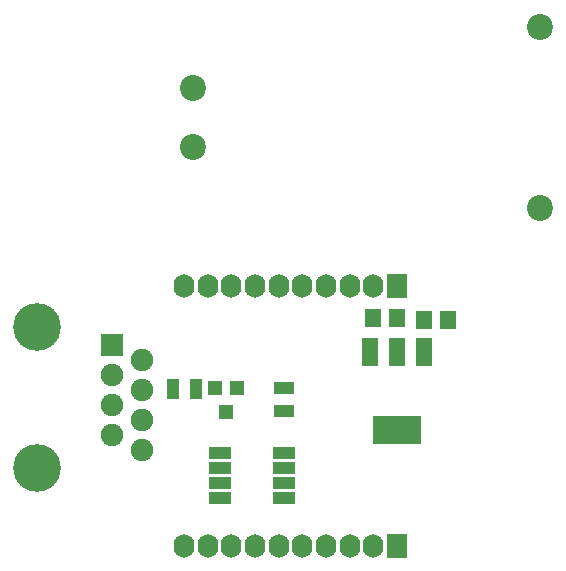
<source format=gbr>
G04 #@! TF.GenerationSoftware,KiCad,Pcbnew,no-vcs-found-7664~57~ubuntu16.10.1*
G04 #@! TF.CreationDate,2017-02-19T11:00:57+01:00*
G04 #@! TF.ProjectId,pulseboard,70756C7365626F6172642E6B69636164,rev?*
G04 #@! TF.FileFunction,Soldermask,Bot*
G04 #@! TF.FilePolarity,Negative*
%FSLAX46Y46*%
G04 Gerber Fmt 4.6, Leading zero omitted, Abs format (unit mm)*
G04 Created by KiCad (PCBNEW no-vcs-found-7664~57~ubuntu16.10.1) date Sun Feb 19 11:00:57 2017*
%MOMM*%
%LPD*%
G01*
G04 APERTURE LIST*
%ADD10C,0.100000*%
%ADD11C,2.200000*%
%ADD12R,1.200100X1.200100*%
%ADD13R,1.100000X1.700000*%
%ADD14R,1.700000X1.100000*%
%ADD15R,1.950000X1.000000*%
%ADD16O,1.760000X2.000000*%
%ADD17R,1.760000X2.000000*%
%ADD18R,1.400000X1.650000*%
%ADD19C,1.901140*%
%ADD20R,1.901140X1.901140*%
%ADD21C,4.049980*%
%ADD22R,1.416000X2.432000*%
%ADD23R,4.057600X2.432000*%
G04 APERTURE END LIST*
D10*
D11*
X118809800Y-68057080D03*
X118809800Y-73057080D03*
X148209800Y-62857080D03*
X148209800Y-78257080D03*
D12*
X120670280Y-93484700D03*
X122570280Y-93484700D03*
X121620280Y-95483680D03*
D13*
X117149840Y-93532960D03*
X119049840Y-93532960D03*
D14*
X126502160Y-95366840D03*
X126502160Y-93466840D03*
D15*
X121125000Y-98922840D03*
X121125000Y-100192840D03*
X121125000Y-101462840D03*
X121125000Y-102732840D03*
X126525000Y-102732840D03*
X126525000Y-101462840D03*
X126525000Y-100192840D03*
X126525000Y-98922840D03*
D16*
X118094720Y-106803720D03*
X120094720Y-106803720D03*
X122094720Y-106803720D03*
X124094720Y-106803720D03*
X126094720Y-106803720D03*
X128094720Y-106803720D03*
X130094720Y-106803720D03*
X132094720Y-106803720D03*
X134094720Y-106803720D03*
D17*
X136094720Y-106803720D03*
X136094720Y-84803720D03*
D16*
X134094720Y-84803720D03*
X132094720Y-84803720D03*
X130094720Y-84803720D03*
X128094720Y-84803720D03*
X126094720Y-84803720D03*
X124094720Y-84803720D03*
X122094720Y-84803720D03*
X120094720Y-84803720D03*
X118094720Y-84803720D03*
D18*
X138425680Y-87701120D03*
X140425680Y-87701120D03*
X134082280Y-87553800D03*
X136082280Y-87553800D03*
D19*
X114554000Y-98704400D03*
X112014000Y-97434400D03*
X114554000Y-96164400D03*
X112014000Y-94894400D03*
X114554000Y-93624400D03*
X112014000Y-92354400D03*
X114554000Y-91084400D03*
D20*
X112014000Y-89814400D03*
D21*
X105664000Y-88328500D03*
X105664000Y-100197920D03*
D22*
X133822440Y-90454480D03*
X138394440Y-90454480D03*
X136108440Y-90454480D03*
D23*
X136108440Y-97058480D03*
M02*

</source>
